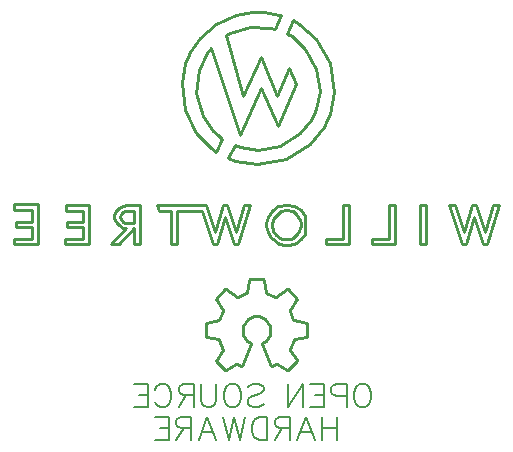
<source format=gbo>
G04 ---------------------------- Layer name :BOTTOM SILK LAYER*
G04 EasyEDA v5.5.14, Mon, 18 Jun 2018 23:09:04 GMT*
G04 84bf75b42abb48d08708263c728ca580*
G04 Gerber Generator version 0.2*
G04 Scale: 100 percent, Rotated: No, Reflected: No *
G04 Dimensions in inches *
G04 leading zeros omitted , absolute positions ,2 integer and 4 decimal *
%FSLAX24Y24*%
%MOIN*%
G90*
G70D02*

%ADD10C,0.010000*%
%ADD11C,0.008000*%

%LPD*%
G54D10*
G01X11711Y15911D02*
G01X11786Y16078D01*
G01X12107Y16532D01*
G01X12652Y17005D01*
G01X13307Y17309D01*
G01X13852Y17415D01*
G01X14227Y17415D01*
G01X14740Y17315D01*
G01X14802Y17294D01*
G01X14594Y16848D01*
G01X14457Y16886D01*
G01X13760Y16907D01*
G01X13093Y16702D01*
G01X12972Y16628D01*
G01X13538Y14619D01*
G01X14150Y15907D01*
G01X14689Y14613D01*
G01X15081Y15534D01*
G01X15326Y15019D01*
G01X14721Y13596D01*
G01X14147Y14859D01*
G01X13432Y13315D01*
G01X12471Y16196D01*
G01X12340Y16044D01*
G01X12075Y15482D01*
G01X11988Y14700D01*
G01X12200Y13940D01*
G01X12552Y13428D01*
G01X12715Y13288D01*
G01X12857Y13180D01*
G01X12650Y12734D01*
G01X12461Y12855D01*
G01X11985Y13357D01*
G01X11593Y14150D01*
G01X11493Y15028D01*
G01X11621Y15707D01*
G01X11711Y15911D01*
G01X13261Y12963D02*
G01X13442Y12890D01*
G01X14038Y12811D01*
G01X14789Y12951D01*
G01X15436Y13357D01*
G01X15821Y13819D01*
G01X15902Y13994D01*
G01X15985Y14171D01*
G01X16093Y14761D01*
G01X15989Y15519D01*
G01X15617Y16186D01*
G01X15172Y16592D01*
G01X15002Y16682D01*
G01X15210Y17128D01*
G01X15426Y17017D01*
G01X15984Y16517D01*
G01X16456Y15688D01*
G01X16590Y14744D01*
G01X16456Y14007D01*
G01X16353Y13788D01*
G01X16251Y13569D01*
G01X15771Y12992D01*
G01X14960Y12490D01*
G01X14021Y12321D01*
G01X13278Y12428D01*
G01X13056Y12523D01*
G01X13261Y12963D01*
G01X20897Y10069D02*
G01X21177Y10963D01*
G01X21314Y10963D01*
G01X21597Y10065D01*
G01X21880Y10963D01*
G01X22080Y10963D01*
G01X21672Y9663D01*
G01X21532Y9663D01*
G01X21248Y10559D01*
G01X20968Y9663D01*
G01X20827Y9663D01*
G01X20414Y10963D01*
G01X20613Y10963D01*
G01X20897Y10069D01*
G01X19455Y10963D02*
G01X19651Y10963D01*
G01X19651Y9663D01*
G01X19455Y9663D01*
G01X19455Y10963D01*
G01X18401Y10963D02*
G01X18596Y10963D01*
G01X18596Y9663D01*
G01X17836Y9663D01*
G01X17836Y9840D01*
G01X18401Y9840D01*
G01X18401Y10963D01*
G01X16877Y10963D02*
G01X17072Y10963D01*
G01X17072Y9663D01*
G01X16311Y9663D01*
G01X16311Y9840D01*
G01X16877Y9840D01*
G01X16877Y10963D01*
G01X14371Y10578D02*
G01X14321Y10376D01*
G01X14319Y10271D01*
G01X14369Y10057D01*
G01X14484Y9869D01*
G01X14531Y9821D01*
G01X14709Y9703D01*
G01X14750Y9686D01*
G01X14930Y9642D01*
G01X15056Y9642D01*
G01X15231Y9684D01*
G01X15293Y9709D01*
G01X15467Y9834D01*
G01X15593Y10007D01*
G01X15626Y10090D01*
G01X15626Y10536D01*
G01X15593Y10619D01*
G01X15467Y10790D01*
G01X15296Y10915D01*
G01X15235Y10940D01*
G01X15014Y10982D01*
G01X14968Y10982D01*
G01X14744Y10940D01*
G01X14703Y10923D01*
G01X14530Y10805D01*
G01X14500Y10775D01*
G01X14371Y10578D01*
G01X14514Y10315D02*
G01X14543Y10492D01*
G01X14560Y10536D01*
G01X14772Y10751D01*
G01X14815Y10769D01*
G01X14976Y10801D01*
G01X15009Y10801D01*
G01X15167Y10769D01*
G01X15196Y10757D01*
G01X15321Y10669D01*
G01X15342Y10648D01*
G01X15426Y10519D01*
G01X15438Y10490D01*
G01X15467Y10328D01*
G01X15468Y10261D01*
G01X15392Y10038D01*
G01X15221Y9876D01*
G01X15146Y9846D01*
G01X14834Y9846D01*
G01X14789Y9863D01*
G01X14643Y9973D01*
G01X14556Y10103D01*
G01X14543Y10134D01*
G01X14513Y10269D01*
G01X14514Y10315D01*
G01X12243Y10963D02*
G01X12315Y10963D01*
G01X12598Y10069D01*
G01X12880Y10963D01*
G01X13017Y10963D01*
G01X13300Y10065D01*
G01X13582Y10963D01*
G01X13781Y10963D01*
G01X13373Y9663D01*
G01X13235Y9663D01*
G01X12952Y10559D01*
G01X12671Y9663D01*
G01X12530Y9663D01*
G01X12172Y10786D01*
G01X11327Y10786D01*
G01X11327Y9663D01*
G01X11131Y9663D01*
G01X11131Y10786D01*
G01X10744Y10786D01*
G01X10665Y10963D01*
G01X12243Y10963D01*
G01X9656Y10196D02*
G01X9148Y9663D01*
G01X9407Y9663D01*
G01X9918Y10196D01*
G01X9918Y9663D01*
G01X10114Y9663D01*
G01X10114Y10961D01*
G01X9689Y10963D01*
G01X9542Y10940D01*
G01X9394Y10867D01*
G01X9292Y10748D01*
G01X9251Y10613D01*
G01X9251Y10538D01*
G01X9296Y10407D01*
G01X9403Y10288D01*
G01X9536Y10217D01*
G01X9656Y10196D01*
G01X9467Y10661D02*
G01X9532Y10730D01*
G01X9618Y10773D01*
G01X9711Y10784D01*
G01X9919Y10784D01*
G01X9919Y10357D01*
G01X9706Y10357D01*
G01X9619Y10371D01*
G01X9536Y10411D01*
G01X9469Y10492D01*
G01X9451Y10573D01*
G01X9475Y10661D01*
G01X9467Y10661D01*
G01X8225Y10236D02*
G01X7680Y10236D01*
G01X7680Y10413D01*
G01X8225Y10413D01*
G01X8225Y10786D01*
G01X7644Y10786D01*
G01X7644Y10963D01*
G01X8419Y10963D01*
G01X8419Y9663D01*
G01X7609Y9663D01*
G01X7609Y9840D01*
G01X8225Y9840D01*
G01X8225Y10236D01*
G01X6515Y10236D02*
G01X5971Y10236D01*
G01X5971Y10413D01*
G01X6515Y10413D01*
G01X6515Y10800D01*
G01X5911Y10800D01*
G01X5911Y11000D01*
G01X6711Y11000D01*
G01X6711Y9663D01*
G01X5900Y9663D01*
G01X5900Y9840D01*
G01X6515Y9840D01*
G01X6515Y10236D01*
G01X12318Y7046D02*
G01X12735Y7123D01*
G01X12759Y7140D01*
G01X12886Y7440D01*
G01X12888Y7471D01*
G01X12644Y7825D01*
G01X12643Y7851D01*
G01X12946Y8155D01*
G01X12972Y8157D01*
G01X13334Y7909D01*
G01X13363Y7907D01*
G01X13655Y8026D01*
G01X13676Y8048D01*
G01X13756Y8480D01*
G01X13776Y8500D01*
G01X14206Y8500D01*
G01X14227Y8484D01*
G01X14309Y8051D01*
G01X14326Y8028D01*
G01X14617Y7909D01*
G01X14647Y7907D01*
G01X15006Y8155D01*
G01X15035Y8157D01*
G01X15339Y7853D01*
G01X15340Y7828D01*
G01X15097Y7473D01*
G01X15096Y7442D01*
G01X15218Y7142D01*
G01X15239Y7121D01*
G01X15660Y7044D01*
G01X15677Y7023D01*
G01X15677Y6594D01*
G01X15661Y6573D01*
G01X15255Y6496D01*
G01X15231Y6478D01*
G01X15105Y6163D01*
G01X15102Y6132D01*
G01X15332Y5796D01*
G01X15335Y5769D01*
G01X15031Y5465D01*
G01X15003Y5463D01*
G01X14675Y5682D01*
G01X14646Y5684D01*
G01X14498Y5605D01*
G01X14476Y5613D01*
G01X14176Y6342D01*
G01X14181Y6369D01*
G01X14306Y6448D01*
G01X14439Y6653D01*
G01X14443Y6940D01*
G01X14285Y7180D01*
G01X14063Y7280D01*
G01X13915Y7280D01*
G01X13693Y7180D01*
G01X13535Y6940D01*
G01X13539Y6653D01*
G01X13672Y6448D01*
G01X13793Y6369D01*
G01X13803Y6344D01*
G01X13505Y5613D01*
G01X13481Y5603D01*
G01X13335Y5682D01*
G01X13305Y5684D01*
G01X12973Y5457D01*
G01X12947Y5455D01*
G01X12643Y5759D01*
G01X12642Y5786D01*
G01X12873Y6123D01*
G01X12875Y6153D01*
G01X12747Y6467D01*
G01X12727Y6488D01*
G01X12318Y6565D01*
G01X12300Y6584D01*
G01X12300Y7019D01*
G01X12318Y7036D01*
G54D11*
G01X17601Y5000D02*
G01X17674Y4963D01*
G01X17747Y4890D01*
G01X17783Y4818D01*
G01X17819Y4709D01*
G01X17819Y4527D01*
G01X17783Y4418D01*
G01X17747Y4345D01*
G01X17674Y4272D01*
G01X17601Y4236D01*
G01X17456Y4236D01*
G01X17383Y4272D01*
G01X17310Y4345D01*
G01X17274Y4418D01*
G01X17238Y4527D01*
G01X17238Y4709D01*
G01X17274Y4818D01*
G01X17310Y4890D01*
G01X17383Y4963D01*
G01X17456Y5000D01*
G01X17601Y5000D01*
G01X16998Y5000D02*
G01X16998Y4236D01*
G01X16998Y5000D02*
G01X16670Y5000D01*
G01X16561Y4963D01*
G01X16525Y4927D01*
G01X16489Y4854D01*
G01X16489Y4745D01*
G01X16525Y4672D01*
G01X16561Y4636D01*
G01X16670Y4600D01*
G01X16998Y4600D01*
G01X16249Y5000D02*
G01X16249Y4236D01*
G01X16249Y5000D02*
G01X15776Y5000D01*
G01X16249Y4636D02*
G01X15958Y4636D01*
G01X16249Y4236D02*
G01X15776Y4236D01*
G01X15536Y5000D02*
G01X15536Y4236D01*
G01X15536Y5000D02*
G01X15027Y4236D01*
G01X15027Y5000D02*
G01X15027Y4236D01*
G01X13718Y4890D02*
G01X13790Y4963D01*
G01X13900Y5000D01*
G01X14045Y5000D01*
G01X14154Y4963D01*
G01X14227Y4890D01*
G01X14227Y4818D01*
G01X14190Y4745D01*
G01X14154Y4709D01*
G01X14081Y4672D01*
G01X13863Y4600D01*
G01X13790Y4563D01*
G01X13754Y4527D01*
G01X13718Y4454D01*
G01X13718Y4345D01*
G01X13790Y4272D01*
G01X13900Y4236D01*
G01X14045Y4236D01*
G01X14154Y4272D01*
G01X14227Y4345D01*
G01X13260Y5000D02*
G01X13332Y4963D01*
G01X13405Y4890D01*
G01X13441Y4818D01*
G01X13478Y4709D01*
G01X13478Y4527D01*
G01X13441Y4418D01*
G01X13405Y4345D01*
G01X13332Y4272D01*
G01X13260Y4236D01*
G01X13114Y4236D01*
G01X13041Y4272D01*
G01X12969Y4345D01*
G01X12932Y4418D01*
G01X12896Y4527D01*
G01X12896Y4709D01*
G01X12932Y4818D01*
G01X12969Y4890D01*
G01X13041Y4963D01*
G01X13114Y5000D01*
G01X13260Y5000D01*
G01X12656Y5000D02*
G01X12656Y4454D01*
G01X12619Y4345D01*
G01X12547Y4272D01*
G01X12438Y4236D01*
G01X12365Y4236D01*
G01X12256Y4272D01*
G01X12183Y4345D01*
G01X12147Y4454D01*
G01X12147Y5000D01*
G01X11907Y5000D02*
G01X11907Y4236D01*
G01X11907Y5000D02*
G01X11580Y5000D01*
G01X11470Y4963D01*
G01X11434Y4927D01*
G01X11398Y4854D01*
G01X11398Y4781D01*
G01X11434Y4709D01*
G01X11470Y4672D01*
G01X11580Y4636D01*
G01X11907Y4636D01*
G01X11652Y4636D02*
G01X11398Y4236D01*
G01X10612Y4818D02*
G01X10649Y4890D01*
G01X10721Y4963D01*
G01X10794Y5000D01*
G01X10939Y5000D01*
G01X11012Y4963D01*
G01X11085Y4890D01*
G01X11121Y4818D01*
G01X11158Y4709D01*
G01X11158Y4527D01*
G01X11121Y4418D01*
G01X11085Y4345D01*
G01X11012Y4272D01*
G01X10939Y4236D01*
G01X10794Y4236D01*
G01X10721Y4272D01*
G01X10649Y4345D01*
G01X10612Y4418D01*
G01X10372Y5000D02*
G01X10372Y4236D01*
G01X10372Y5000D02*
G01X9900Y5000D01*
G01X10372Y4636D02*
G01X10081Y4636D01*
G01X10372Y4236D02*
G01X9900Y4236D01*
G01X16679Y3900D02*
G01X16679Y3136D01*
G01X16170Y3900D02*
G01X16170Y3136D01*
G01X16679Y3536D02*
G01X16170Y3536D01*
G01X15639Y3900D02*
G01X15930Y3136D01*
G01X15639Y3900D02*
G01X15349Y3136D01*
G01X15821Y3390D02*
G01X15458Y3390D01*
G01X15109Y3900D02*
G01X15109Y3136D01*
G01X15109Y3900D02*
G01X14781Y3900D01*
G01X14672Y3863D01*
G01X14636Y3827D01*
G01X14599Y3754D01*
G01X14599Y3681D01*
G01X14636Y3609D01*
G01X14672Y3572D01*
G01X14781Y3536D01*
G01X15109Y3536D01*
G01X14854Y3536D02*
G01X14599Y3136D01*
G01X14359Y3900D02*
G01X14359Y3136D01*
G01X14359Y3900D02*
G01X14105Y3900D01*
G01X13996Y3863D01*
G01X13923Y3790D01*
G01X13887Y3718D01*
G01X13850Y3609D01*
G01X13850Y3427D01*
G01X13887Y3318D01*
G01X13923Y3245D01*
G01X13996Y3172D01*
G01X14105Y3136D01*
G01X14359Y3136D01*
G01X13610Y3900D02*
G01X13429Y3136D01*
G01X13247Y3900D02*
G01X13429Y3136D01*
G01X13247Y3900D02*
G01X13065Y3136D01*
G01X12883Y3900D02*
G01X13065Y3136D01*
G01X12352Y3900D02*
G01X12643Y3136D01*
G01X12352Y3900D02*
G01X12061Y3136D01*
G01X12534Y3390D02*
G01X12170Y3390D01*
G01X11821Y3900D02*
G01X11821Y3136D01*
G01X11821Y3900D02*
G01X11494Y3900D01*
G01X11385Y3863D01*
G01X11349Y3827D01*
G01X11312Y3754D01*
G01X11312Y3681D01*
G01X11349Y3609D01*
G01X11385Y3572D01*
G01X11494Y3536D01*
G01X11821Y3536D01*
G01X11567Y3536D02*
G01X11312Y3136D01*
G01X11072Y3900D02*
G01X11072Y3136D01*
G01X11072Y3900D02*
G01X10599Y3900D01*
G01X11072Y3536D02*
G01X10781Y3536D01*
G01X11072Y3136D02*
G01X10599Y3136D01*
M00*
M02*

</source>
